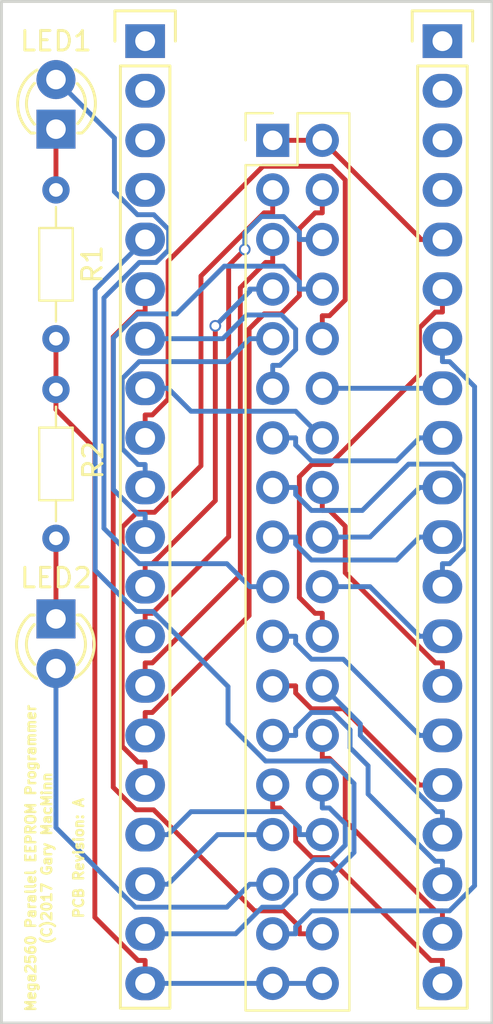
<source format=kicad_pcb>
(kicad_pcb (version 20170920) (host pcbnew no-vcs-found-b18601d~60~ubuntu16.04.1)

  (general
    (thickness 1.6)
    (drawings 5)
    (tracks 271)
    (zones 0)
    (modules 7)
    (nets 45)
  )

  (page A4)
  (title_block
    (title "Mega 2560 EEPROM Programmer")
    (date "31 July 2017")
    (rev A)
  )

  (layers
    (0 F.Cu signal)
    (31 B.Cu signal)
    (32 B.Adhes user)
    (33 F.Adhes user)
    (34 B.Paste user)
    (35 F.Paste user)
    (36 B.SilkS user)
    (37 F.SilkS user)
    (38 B.Mask user)
    (39 F.Mask user)
    (40 Dwgs.User user)
    (41 Cmts.User user)
    (42 Eco1.User user)
    (43 Eco2.User user)
    (44 Edge.Cuts user)
    (45 Margin user)
    (46 B.CrtYd user)
    (47 F.CrtYd user)
    (48 B.Fab user)
    (49 F.Fab user)
  )

  (setup
    (last_trace_width 0.25)
    (trace_clearance 0.2)
    (zone_clearance 0.508)
    (zone_45_only no)
    (trace_min 0.2)
    (segment_width 0.2)
    (edge_width 0.15)
    (via_size 0.6)
    (via_drill 0.4)
    (via_min_size 0.4)
    (via_min_drill 0.3)
    (uvia_size 0.3)
    (uvia_drill 0.1)
    (uvias_allowed no)
    (uvia_min_size 0.2)
    (uvia_min_drill 0.1)
    (pcb_text_width 0.3)
    (pcb_text_size 1.5 1.5)
    (mod_edge_width 0.15)
    (mod_text_size 1 1)
    (mod_text_width 0.15)
    (pad_size 1.524 1.524)
    (pad_drill 0.762)
    (pad_to_mask_clearance 0.2)
    (aux_axis_origin 0 0)
    (visible_elements FFFFFF7F)
    (pcbplotparams
      (layerselection 0x000f0_80000001)
      (usegerberextensions false)
      (usegerberattributes true)
      (usegerberadvancedattributes true)
      (creategerberjobfile true)
      (excludeedgelayer true)
      (linewidth 0.100000)
      (plotframeref false)
      (viasonmask false)
      (mode 1)
      (useauxorigin false)
      (hpglpennumber 1)
      (hpglpenspeed 20)
      (hpglpendiameter 15)
      (psnegative false)
      (psa4output false)
      (plotreference true)
      (plotvalue true)
      (plotinvisibletext false)
      (padsonsilk false)
      (subtractmaskfromsilk false)
      (outputformat 1)
      (mirror false)
      (drillshape 0)
      (scaleselection 1)
      (outputdirectory "/home/gary/NAS1-MainShare/AVR Projects/GM-GEN-016-Mega2560 EEPROM Programmer/Schematic&PCB/Manufacture/"))
  )

  (net 0 "")
  (net 1 +5v)
  (net 2 A0)
  (net 3 A1)
  (net 4 A2)
  (net 5 A3)
  (net 6 A4)
  (net 7 A5)
  (net 8 A6)
  (net 9 A7)
  (net 10 A15)
  (net 11 A14)
  (net 12 A13)
  (net 13 A12)
  (net 14 A11)
  (net 15 A10)
  (net 16 A9)
  (net 17 A8)
  (net 18 -OE)
  (net 19 -CE)
  (net 20 -WE)
  (net 21 D7)
  (net 22 D6)
  (net 23 D5)
  (net 24 D4)
  (net 25 D3)
  (net 26 D2)
  (net 27 D1)
  (net 28 D0)
  (net 29 A18)
  (net 30 A17)
  (net 31 A16)
  (net 32 GND)
  (net 33 "Net-(LED1-Pad1)")
  (net 34 "Net-(LED1-Pad2)")
  (net 35 "Net-(LED2-Pad1)")
  (net 36 "Net-(LED2-Pad2)")
  (net 37 "Net-(P21-Pad1)")
  (net 38 "Net-(P21-Pad2)")
  (net 39 "Net-(P21-Pad3)")
  (net 40 "Net-(P21-Pad4)")
  (net 41 "Net-(P22-Pad1)")
  (net 42 "Net-(P22-Pad2)")
  (net 43 "Net-(P22-Pad3)")
  (net 44 "Net-(P22-Pad4)")

  (net_class Default "This is the default net class."
    (clearance 0.2)
    (trace_width 0.25)
    (via_dia 0.6)
    (via_drill 0.4)
    (uvia_dia 0.3)
    (uvia_drill 0.1)
    (add_net +5v)
    (add_net -CE)
    (add_net -OE)
    (add_net -WE)
    (add_net A0)
    (add_net A1)
    (add_net A10)
    (add_net A11)
    (add_net A12)
    (add_net A13)
    (add_net A14)
    (add_net A15)
    (add_net A16)
    (add_net A17)
    (add_net A18)
    (add_net A2)
    (add_net A3)
    (add_net A4)
    (add_net A5)
    (add_net A6)
    (add_net A7)
    (add_net A8)
    (add_net A9)
    (add_net D0)
    (add_net D1)
    (add_net D2)
    (add_net D3)
    (add_net D4)
    (add_net D5)
    (add_net D6)
    (add_net D7)
    (add_net GND)
    (add_net "Net-(LED1-Pad1)")
    (add_net "Net-(LED1-Pad2)")
    (add_net "Net-(LED2-Pad1)")
    (add_net "Net-(LED2-Pad2)")
    (add_net "Net-(P21-Pad1)")
    (add_net "Net-(P21-Pad2)")
    (add_net "Net-(P21-Pad3)")
    (add_net "Net-(P21-Pad4)")
    (add_net "Net-(P22-Pad1)")
    (add_net "Net-(P22-Pad2)")
    (add_net "Net-(P22-Pad3)")
    (add_net "Net-(P22-Pad4)")
  )

  (module Socket_Strips:Socket_Strip_Straight_1x20 (layer F.Cu) (tedit 59C3A353) (tstamp 59867981)
    (at 163.576 104.902 270)
    (descr "Through hole socket strip")
    (tags "socket strip")
    (path /597F0E3F)
    (fp_text reference P22 (at 0 -5.1 270) (layer F.SilkS) hide
      (effects (font (size 1 1) (thickness 0.15)))
    )
    (fp_text value CONN_01X20 (at 0 -3.1 270) (layer F.Fab) hide
      (effects (font (size 1 1) (thickness 0.15)))
    )
    (fp_line (start -1.55 -1.55) (end -1.55 1.55) (layer F.SilkS) (width 0.15))
    (fp_line (start 0 -1.55) (end -1.55 -1.55) (layer F.SilkS) (width 0.15))
    (fp_line (start 1.27 1.27) (end 1.27 -1.27) (layer F.SilkS) (width 0.15))
    (fp_line (start -1.55 1.55) (end 0 1.55) (layer F.SilkS) (width 0.15))
    (fp_line (start 49.53 -1.27) (end 1.27 -1.27) (layer F.SilkS) (width 0.15))
    (fp_line (start 49.53 1.27) (end 49.53 -1.27) (layer F.SilkS) (width 0.15))
    (fp_line (start 1.27 1.27) (end 49.53 1.27) (layer F.SilkS) (width 0.15))
    (fp_line (start -1.75 1.75) (end 50.05 1.75) (layer F.CrtYd) (width 0.05))
    (fp_line (start -1.75 -1.75) (end 50.05 -1.75) (layer F.CrtYd) (width 0.05))
    (fp_line (start 50.05 -1.75) (end 50.05 1.75) (layer F.CrtYd) (width 0.05))
    (fp_line (start -1.75 -1.75) (end -1.75 1.75) (layer F.CrtYd) (width 0.05))
    (pad 20 thru_hole oval (at 48.26 0 270) (size 1.7272 2.032) (drill 1.016) (layers *.Cu *.Mask)
      (net 25 D3))
    (pad 19 thru_hole oval (at 45.72 0 270) (size 1.7272 2.032) (drill 1.016) (layers *.Cu *.Mask)
      (net 24 D4))
    (pad 18 thru_hole oval (at 43.18 0 270) (size 1.7272 2.032) (drill 1.016) (layers *.Cu *.Mask)
      (net 23 D5))
    (pad 17 thru_hole oval (at 40.64 0 270) (size 1.7272 2.032) (drill 1.016) (layers *.Cu *.Mask)
      (net 22 D6))
    (pad 16 thru_hole oval (at 38.1 0 270) (size 1.7272 2.032) (drill 1.016) (layers *.Cu *.Mask)
      (net 21 D7))
    (pad 15 thru_hole oval (at 35.56 0 270) (size 1.7272 2.032) (drill 1.016) (layers *.Cu *.Mask)
      (net 19 -CE))
    (pad 14 thru_hole oval (at 33.02 0 270) (size 1.7272 2.032) (drill 1.016) (layers *.Cu *.Mask)
      (net 15 A10))
    (pad 13 thru_hole oval (at 30.48 0 270) (size 1.7272 2.032) (drill 1.016) (layers *.Cu *.Mask)
      (net 18 -OE))
    (pad 12 thru_hole oval (at 27.94 0 270) (size 1.7272 2.032) (drill 1.016) (layers *.Cu *.Mask)
      (net 14 A11))
    (pad 11 thru_hole oval (at 25.4 0 270) (size 1.7272 2.032) (drill 1.016) (layers *.Cu *.Mask)
      (net 16 A9))
    (pad 10 thru_hole oval (at 22.86 0 270) (size 1.7272 2.032) (drill 1.016) (layers *.Cu *.Mask)
      (net 17 A8))
    (pad 9 thru_hole oval (at 20.32 0 270) (size 1.7272 2.032) (drill 1.016) (layers *.Cu *.Mask)
      (net 12 A13))
    (pad 8 thru_hole oval (at 17.78 0 270) (size 1.7272 2.032) (drill 1.016) (layers *.Cu *.Mask)
      (net 11 A14))
    (pad 7 thru_hole oval (at 15.24 0 270) (size 1.7272 2.032) (drill 1.016) (layers *.Cu *.Mask)
      (net 30 A17))
    (pad 6 thru_hole oval (at 12.7 0 270) (size 1.7272 2.032) (drill 1.016) (layers *.Cu *.Mask)
      (net 20 -WE))
    (pad 5 thru_hole oval (at 10.16 0 270) (size 1.7272 2.032) (drill 1.016) (layers *.Cu *.Mask)
      (net 1 +5v))
    (pad 4 thru_hole oval (at 7.62 0 270) (size 1.7272 2.032) (drill 1.016) (layers *.Cu *.Mask)
      (net 44 "Net-(P22-Pad4)"))
    (pad 3 thru_hole oval (at 5.08 0 270) (size 1.7272 2.032) (drill 1.016) (layers *.Cu *.Mask)
      (net 43 "Net-(P22-Pad3)"))
    (pad 2 thru_hole oval (at 2.54 0 270) (size 1.7272 2.032) (drill 1.016) (layers *.Cu *.Mask)
      (net 42 "Net-(P22-Pad2)"))
    (pad 1 thru_hole rect (at 0 0 270) (size 1.7272 2.032) (drill 1.016) (layers *.Cu *.Mask)
      (net 41 "Net-(P22-Pad1)"))
    (model Socket_Strips.3dshapes/Socket_Strip_Straight_1x20.wrl
      (at (xyz 0.95 0 0))
      (scale (xyz 1 1 1))
      (rotate (xyz 0 0 180))
    )
  )

  (module Socket_Strips:Socket_Strip_Straight_1x20 (layer F.Cu) (tedit 59C3A350) (tstamp 5986795B)
    (at 148.336 104.902 270)
    (descr "Through hole socket strip")
    (tags "socket strip")
    (path /597F0D2D)
    (fp_text reference P21 (at 0 -5.1 270) (layer F.SilkS) hide
      (effects (font (size 1 1) (thickness 0.15)))
    )
    (fp_text value CONN_01X20 (at 0 -3.1 270) (layer F.Fab) hide
      (effects (font (size 1 1) (thickness 0.15)))
    )
    (fp_line (start -1.55 -1.55) (end -1.55 1.55) (layer F.SilkS) (width 0.15))
    (fp_line (start 0 -1.55) (end -1.55 -1.55) (layer F.SilkS) (width 0.15))
    (fp_line (start 1.27 1.27) (end 1.27 -1.27) (layer F.SilkS) (width 0.15))
    (fp_line (start -1.55 1.55) (end 0 1.55) (layer F.SilkS) (width 0.15))
    (fp_line (start 49.53 -1.27) (end 1.27 -1.27) (layer F.SilkS) (width 0.15))
    (fp_line (start 49.53 1.27) (end 49.53 -1.27) (layer F.SilkS) (width 0.15))
    (fp_line (start 1.27 1.27) (end 49.53 1.27) (layer F.SilkS) (width 0.15))
    (fp_line (start -1.75 1.75) (end 50.05 1.75) (layer F.CrtYd) (width 0.05))
    (fp_line (start -1.75 -1.75) (end 50.05 -1.75) (layer F.CrtYd) (width 0.05))
    (fp_line (start 50.05 -1.75) (end 50.05 1.75) (layer F.CrtYd) (width 0.05))
    (fp_line (start -1.75 -1.75) (end -1.75 1.75) (layer F.CrtYd) (width 0.05))
    (pad 20 thru_hole oval (at 48.26 0 270) (size 1.7272 2.032) (drill 1.016) (layers *.Cu *.Mask)
      (net 32 GND))
    (pad 19 thru_hole oval (at 45.72 0 270) (size 1.7272 2.032) (drill 1.016) (layers *.Cu *.Mask)
      (net 26 D2))
    (pad 18 thru_hole oval (at 43.18 0 270) (size 1.7272 2.032) (drill 1.016) (layers *.Cu *.Mask)
      (net 27 D1))
    (pad 17 thru_hole oval (at 40.64 0 270) (size 1.7272 2.032) (drill 1.016) (layers *.Cu *.Mask)
      (net 28 D0))
    (pad 16 thru_hole oval (at 38.1 0 270) (size 1.7272 2.032) (drill 1.016) (layers *.Cu *.Mask)
      (net 2 A0))
    (pad 15 thru_hole oval (at 35.56 0 270) (size 1.7272 2.032) (drill 1.016) (layers *.Cu *.Mask)
      (net 3 A1))
    (pad 14 thru_hole oval (at 33.02 0 270) (size 1.7272 2.032) (drill 1.016) (layers *.Cu *.Mask)
      (net 4 A2))
    (pad 13 thru_hole oval (at 30.48 0 270) (size 1.7272 2.032) (drill 1.016) (layers *.Cu *.Mask)
      (net 5 A3))
    (pad 12 thru_hole oval (at 27.94 0 270) (size 1.7272 2.032) (drill 1.016) (layers *.Cu *.Mask)
      (net 6 A4))
    (pad 11 thru_hole oval (at 25.4 0 270) (size 1.7272 2.032) (drill 1.016) (layers *.Cu *.Mask)
      (net 7 A5))
    (pad 10 thru_hole oval (at 22.86 0 270) (size 1.7272 2.032) (drill 1.016) (layers *.Cu *.Mask)
      (net 8 A6))
    (pad 9 thru_hole oval (at 20.32 0 270) (size 1.7272 2.032) (drill 1.016) (layers *.Cu *.Mask)
      (net 9 A7))
    (pad 8 thru_hole oval (at 17.78 0 270) (size 1.7272 2.032) (drill 1.016) (layers *.Cu *.Mask)
      (net 13 A12))
    (pad 7 thru_hole oval (at 15.24 0 270) (size 1.7272 2.032) (drill 1.016) (layers *.Cu *.Mask)
      (net 10 A15))
    (pad 6 thru_hole oval (at 12.7 0 270) (size 1.7272 2.032) (drill 1.016) (layers *.Cu *.Mask)
      (net 31 A16))
    (pad 5 thru_hole oval (at 10.16 0 270) (size 1.7272 2.032) (drill 1.016) (layers *.Cu *.Mask)
      (net 29 A18))
    (pad 4 thru_hole oval (at 7.62 0 270) (size 1.7272 2.032) (drill 1.016) (layers *.Cu *.Mask)
      (net 40 "Net-(P21-Pad4)"))
    (pad 3 thru_hole oval (at 5.08 0 270) (size 1.7272 2.032) (drill 1.016) (layers *.Cu *.Mask)
      (net 39 "Net-(P21-Pad3)"))
    (pad 2 thru_hole oval (at 2.54 0 270) (size 1.7272 2.032) (drill 1.016) (layers *.Cu *.Mask)
      (net 38 "Net-(P21-Pad2)"))
    (pad 1 thru_hole rect (at 0 0 270) (size 1.7272 2.032) (drill 1.016) (layers *.Cu *.Mask)
      (net 37 "Net-(P21-Pad1)"))
    (model Socket_Strips.3dshapes/Socket_Strip_Straight_1x20.wrl
      (at (xyz 0.95 0 0))
      (scale (xyz 1 1 1))
      (rotate (xyz 0 0 180))
    )
  )

  (module Pin_Headers:Pin_Header_Straight_2x18_Pitch2.54mm (layer F.Cu) (tedit 597F0733) (tstamp 598108DC)
    (at 154.876 109.982)
    (descr "Through hole straight pin header, 2x18, 2.54mm pitch, double rows")
    (tags "Through hole pin header THT 2x18 2.54mm double row")
    (path /597F01BE)
    (fp_text reference P1 (at 1.27 -2.39) (layer F.SilkS) hide
      (effects (font (size 1 1) (thickness 0.15)))
    )
    (fp_text value "Mega2560 I/O" (at 1.27 45.57) (layer F.Fab) hide
      (effects (font (size 1 1) (thickness 0.15)))
    )
    (fp_line (start -1.27 -1.27) (end -1.27 44.45) (layer F.Fab) (width 0.1))
    (fp_line (start -1.27 44.45) (end 3.81 44.45) (layer F.Fab) (width 0.1))
    (fp_line (start 3.81 44.45) (end 3.81 -1.27) (layer F.Fab) (width 0.1))
    (fp_line (start 3.81 -1.27) (end -1.27 -1.27) (layer F.Fab) (width 0.1))
    (fp_line (start -1.39 1.27) (end -1.39 44.57) (layer F.SilkS) (width 0.12))
    (fp_line (start -1.39 44.57) (end 3.93 44.57) (layer F.SilkS) (width 0.12))
    (fp_line (start 3.93 44.57) (end 3.93 -1.39) (layer F.SilkS) (width 0.12))
    (fp_line (start 3.93 -1.39) (end 1.27 -1.39) (layer F.SilkS) (width 0.12))
    (fp_line (start 1.27 -1.39) (end 1.27 1.27) (layer F.SilkS) (width 0.12))
    (fp_line (start 1.27 1.27) (end -1.39 1.27) (layer F.SilkS) (width 0.12))
    (fp_line (start -1.39 0) (end -1.39 -1.39) (layer F.SilkS) (width 0.12))
    (fp_line (start -1.39 -1.39) (end 0 -1.39) (layer F.SilkS) (width 0.12))
    (fp_line (start -1.6 -1.6) (end -1.6 44.7) (layer F.CrtYd) (width 0.05))
    (fp_line (start -1.6 44.7) (end 4.1 44.7) (layer F.CrtYd) (width 0.05))
    (fp_line (start 4.1 44.7) (end 4.1 -1.6) (layer F.CrtYd) (width 0.05))
    (fp_line (start 4.1 -1.6) (end -1.6 -1.6) (layer F.CrtYd) (width 0.05))
    (pad 1 thru_hole rect (at 0 0) (size 1.7 1.7) (drill 1) (layers *.Cu *.Mask)
      (net 1 +5v))
    (pad 2 thru_hole oval (at 2.54 0) (size 1.7 1.7) (drill 1) (layers *.Cu *.Mask)
      (net 1 +5v))
    (pad 3 thru_hole oval (at 0 2.54) (size 1.7 1.7) (drill 1) (layers *.Cu *.Mask)
      (net 2 A0))
    (pad 4 thru_hole oval (at 2.54 2.54) (size 1.7 1.7) (drill 1) (layers *.Cu *.Mask)
      (net 3 A1))
    (pad 5 thru_hole oval (at 0 5.08) (size 1.7 1.7) (drill 1) (layers *.Cu *.Mask)
      (net 4 A2))
    (pad 6 thru_hole oval (at 2.54 5.08) (size 1.7 1.7) (drill 1) (layers *.Cu *.Mask)
      (net 5 A3))
    (pad 7 thru_hole oval (at 0 7.62) (size 1.7 1.7) (drill 1) (layers *.Cu *.Mask)
      (net 6 A4))
    (pad 8 thru_hole oval (at 2.54 7.62) (size 1.7 1.7) (drill 1) (layers *.Cu *.Mask)
      (net 7 A5))
    (pad 9 thru_hole oval (at 0 10.16) (size 1.7 1.7) (drill 1) (layers *.Cu *.Mask)
      (net 8 A6))
    (pad 10 thru_hole oval (at 2.54 10.16) (size 1.7 1.7) (drill 1) (layers *.Cu *.Mask)
      (net 9 A7))
    (pad 11 thru_hole oval (at 0 12.7) (size 1.7 1.7) (drill 1) (layers *.Cu *.Mask)
      (net 10 A15))
    (pad 12 thru_hole oval (at 2.54 12.7) (size 1.7 1.7) (drill 1) (layers *.Cu *.Mask)
      (net 11 A14))
    (pad 13 thru_hole oval (at 0 15.24) (size 1.7 1.7) (drill 1) (layers *.Cu *.Mask)
      (net 12 A13))
    (pad 14 thru_hole oval (at 2.54 15.24) (size 1.7 1.7) (drill 1) (layers *.Cu *.Mask)
      (net 13 A12))
    (pad 15 thru_hole oval (at 0 17.78) (size 1.7 1.7) (drill 1) (layers *.Cu *.Mask)
      (net 14 A11))
    (pad 16 thru_hole oval (at 2.54 17.78) (size 1.7 1.7) (drill 1) (layers *.Cu *.Mask)
      (net 15 A10))
    (pad 17 thru_hole oval (at 0 20.32) (size 1.7 1.7) (drill 1) (layers *.Cu *.Mask)
      (net 16 A9))
    (pad 18 thru_hole oval (at 2.54 20.32) (size 1.7 1.7) (drill 1) (layers *.Cu *.Mask)
      (net 17 A8))
    (pad 19 thru_hole oval (at 0 22.86) (size 1.7 1.7) (drill 1) (layers *.Cu *.Mask)
      (net 34 "Net-(LED1-Pad2)"))
    (pad 20 thru_hole oval (at 2.54 22.86) (size 1.7 1.7) (drill 1) (layers *.Cu *.Mask)
      (net 18 -OE))
    (pad 21 thru_hole oval (at 0 25.4) (size 1.7 1.7) (drill 1) (layers *.Cu *.Mask)
      (net 19 -CE))
    (pad 22 thru_hole oval (at 2.54 25.4) (size 1.7 1.7) (drill 1) (layers *.Cu *.Mask)
      (net 20 -WE))
    (pad 23 thru_hole oval (at 0 27.94) (size 1.7 1.7) (drill 1) (layers *.Cu *.Mask)
      (net 21 D7))
    (pad 24 thru_hole oval (at 2.54 27.94) (size 1.7 1.7) (drill 1) (layers *.Cu *.Mask)
      (net 22 D6))
    (pad 25 thru_hole oval (at 0 30.48) (size 1.7 1.7) (drill 1) (layers *.Cu *.Mask)
      (net 23 D5))
    (pad 26 thru_hole oval (at 2.54 30.48) (size 1.7 1.7) (drill 1) (layers *.Cu *.Mask)
      (net 24 D4))
    (pad 27 thru_hole oval (at 0 33.02) (size 1.7 1.7) (drill 1) (layers *.Cu *.Mask)
      (net 25 D3))
    (pad 28 thru_hole oval (at 2.54 33.02) (size 1.7 1.7) (drill 1) (layers *.Cu *.Mask)
      (net 26 D2))
    (pad 29 thru_hole oval (at 0 35.56) (size 1.7 1.7) (drill 1) (layers *.Cu *.Mask)
      (net 27 D1))
    (pad 30 thru_hole oval (at 2.54 35.56) (size 1.7 1.7) (drill 1) (layers *.Cu *.Mask)
      (net 28 D0))
    (pad 31 thru_hole oval (at 0 38.1) (size 1.7 1.7) (drill 1) (layers *.Cu *.Mask)
      (net 36 "Net-(LED2-Pad2)"))
    (pad 32 thru_hole oval (at 2.54 38.1) (size 1.7 1.7) (drill 1) (layers *.Cu *.Mask)
      (net 29 A18))
    (pad 33 thru_hole oval (at 0 40.64) (size 1.7 1.7) (drill 1) (layers *.Cu *.Mask)
      (net 30 A17))
    (pad 34 thru_hole oval (at 2.54 40.64) (size 1.7 1.7) (drill 1) (layers *.Cu *.Mask)
      (net 31 A16))
    (pad 35 thru_hole oval (at 0 43.18) (size 1.7 1.7) (drill 1) (layers *.Cu *.Mask)
      (net 32 GND))
    (pad 36 thru_hole oval (at 2.54 43.18) (size 1.7 1.7) (drill 1) (layers *.Cu *.Mask)
      (net 32 GND))
    (model Pin_Headers.3dshapes/Pin_Header_Straight_2x18_Pitch2.54mm.wrl
      (at (xyz 0.1 0 -0.05))
      (scale (xyz 1 1 1))
      (rotate (xyz 0 -180 0))
    )
  )

  (module LEDs:LED-3MM (layer F.Cu) (tedit 597F082B) (tstamp 5982DF21)
    (at 143.764 109.41 90)
    (descr "LED 3mm round vertical")
    (tags "LED  3mm round vertical")
    (path /597F072C)
    (fp_text reference LED1 (at 4.5085 0 180) (layer F.SilkS)
      (effects (font (size 1 1) (thickness 0.15)))
    )
    (fp_text value Red (at 1.3 -2.9 90) (layer F.Fab) hide
      (effects (font (size 1 1) (thickness 0.15)))
    )
    (fp_line (start -1.2 2.3) (end 3.8 2.3) (layer F.CrtYd) (width 0.05))
    (fp_line (start 3.8 2.3) (end 3.8 -2.2) (layer F.CrtYd) (width 0.05))
    (fp_line (start 3.8 -2.2) (end -1.2 -2.2) (layer F.CrtYd) (width 0.05))
    (fp_line (start -1.2 -2.2) (end -1.2 2.3) (layer F.CrtYd) (width 0.05))
    (fp_line (start -0.199 1.314) (end -0.199 1.114) (layer F.SilkS) (width 0.15))
    (fp_line (start -0.199 -1.28) (end -0.199 -1.1) (layer F.SilkS) (width 0.15))
    (fp_arc (start 1.301 0.034) (end -0.199 -1.286) (angle 108.5) (layer F.SilkS) (width 0.15))
    (fp_arc (start 1.301 0.034) (end 0.25 -1.1) (angle 85.7) (layer F.SilkS) (width 0.15))
    (fp_arc (start 1.311 0.034) (end 3.051 0.994) (angle 110) (layer F.SilkS) (width 0.15))
    (fp_arc (start 1.301 0.034) (end 2.335 1.094) (angle 87.5) (layer F.SilkS) (width 0.15))
    (fp_text user K (at -1.69 1.74 90) (layer F.SilkS) hide
      (effects (font (size 1 1) (thickness 0.15)))
    )
    (pad 1 thru_hole rect (at 0 0 180) (size 2 2) (drill 1.00076) (layers *.Cu *.Mask)
      (net 33 "Net-(LED1-Pad1)"))
    (pad 2 thru_hole circle (at 2.54 0 90) (size 2 2) (drill 1.00076) (layers *.Cu *.Mask)
      (net 34 "Net-(LED1-Pad2)"))
    (model ${KISYS3DMOD}/LEDs.3dshapes/led3_red_trans2.wrl
      (at (xyz 0.05 0 -0.05))
      (scale (xyz 1 1 1))
      (rotate (xyz 0 0 0))
    )
  )

  (module LEDs:LED-3MM (layer F.Cu) (tedit 597F0830) (tstamp 5982DF32)
    (at 143.764 134.493 270)
    (descr "LED 3mm round vertical")
    (tags "LED  3mm round vertical")
    (path /597F07B3)
    (fp_text reference LED2 (at -2.0955 0) (layer F.SilkS)
      (effects (font (size 1 1) (thickness 0.15)))
    )
    (fp_text value Green (at 1.3 -2.9 270) (layer F.Fab) hide
      (effects (font (size 1 1) (thickness 0.15)))
    )
    (fp_line (start -1.2 2.3) (end 3.8 2.3) (layer F.CrtYd) (width 0.05))
    (fp_line (start 3.8 2.3) (end 3.8 -2.2) (layer F.CrtYd) (width 0.05))
    (fp_line (start 3.8 -2.2) (end -1.2 -2.2) (layer F.CrtYd) (width 0.05))
    (fp_line (start -1.2 -2.2) (end -1.2 2.3) (layer F.CrtYd) (width 0.05))
    (fp_line (start -0.199 1.314) (end -0.199 1.114) (layer F.SilkS) (width 0.15))
    (fp_line (start -0.199 -1.28) (end -0.199 -1.1) (layer F.SilkS) (width 0.15))
    (fp_arc (start 1.301 0.034) (end -0.199 -1.286) (angle 108.5) (layer F.SilkS) (width 0.15))
    (fp_arc (start 1.301 0.034) (end 0.25 -1.1) (angle 85.7) (layer F.SilkS) (width 0.15))
    (fp_arc (start 1.311 0.034) (end 3.051 0.994) (angle 110) (layer F.SilkS) (width 0.15))
    (fp_arc (start 1.301 0.034) (end 2.335 1.094) (angle 87.5) (layer F.SilkS) (width 0.15))
    (fp_text user K (at -1.69 1.74 270) (layer F.SilkS) hide
      (effects (font (size 1 1) (thickness 0.15)))
    )
    (pad 1 thru_hole rect (at 0 0) (size 2 2) (drill 1.00076) (layers *.Cu *.Mask)
      (net 35 "Net-(LED2-Pad1)"))
    (pad 2 thru_hole circle (at 2.54 0 270) (size 2 2) (drill 1.00076) (layers *.Cu *.Mask)
      (net 36 "Net-(LED2-Pad2)"))
    (model ${KISYS3DMOD}/LEDs.3dshapes/led3_gre_trans2.wrl
      (at (xyz 0.05 0 -0.05))
      (scale (xyz 1 1 1))
      (rotate (xyz 0 0 0))
    )
  )

  (module Resistors_THT:R_Axial_DIN0204_L3.6mm_D1.6mm_P7.62mm_Horizontal (layer F.Cu) (tedit 597F0C16) (tstamp 5982DF48)
    (at 143.764 112.522 270)
    (descr "Resistor, Axial_DIN0204 series, Axial, Horizontal, pin pitch=7.62mm, 0.16666666666666666W = 1/6W, length*diameter=3.6*1.6mm^2, http://cdn-reichelt.de/documents/datenblatt/B400/1_4W%23YAG.pdf")
    (tags "Resistor Axial_DIN0204 series Axial Horizontal pin pitch 7.62mm 0.16666666666666666W = 1/6W length 3.6mm diameter 1.6mm")
    (path /597F0954)
    (fp_text reference R1 (at 3.81 -1.86 270) (layer F.SilkS)
      (effects (font (size 1 1) (thickness 0.15)))
    )
    (fp_text value 220R (at 3.81 1.86 270) (layer F.Fab) hide
      (effects (font (size 1 1) (thickness 0.15)))
    )
    (fp_line (start 2.01 -0.8) (end 2.01 0.8) (layer F.Fab) (width 0.1))
    (fp_line (start 2.01 0.8) (end 5.61 0.8) (layer F.Fab) (width 0.1))
    (fp_line (start 5.61 0.8) (end 5.61 -0.8) (layer F.Fab) (width 0.1))
    (fp_line (start 5.61 -0.8) (end 2.01 -0.8) (layer F.Fab) (width 0.1))
    (fp_line (start 0 0) (end 2.01 0) (layer F.Fab) (width 0.1))
    (fp_line (start 7.62 0) (end 5.61 0) (layer F.Fab) (width 0.1))
    (fp_line (start 1.95 -0.86) (end 1.95 0.86) (layer F.SilkS) (width 0.12))
    (fp_line (start 1.95 0.86) (end 5.67 0.86) (layer F.SilkS) (width 0.12))
    (fp_line (start 5.67 0.86) (end 5.67 -0.86) (layer F.SilkS) (width 0.12))
    (fp_line (start 5.67 -0.86) (end 1.95 -0.86) (layer F.SilkS) (width 0.12))
    (fp_line (start 0.88 0) (end 1.95 0) (layer F.SilkS) (width 0.12))
    (fp_line (start 6.74 0) (end 5.67 0) (layer F.SilkS) (width 0.12))
    (fp_line (start -0.95 -1.15) (end -0.95 1.15) (layer F.CrtYd) (width 0.05))
    (fp_line (start -0.95 1.15) (end 8.6 1.15) (layer F.CrtYd) (width 0.05))
    (fp_line (start 8.6 1.15) (end 8.6 -1.15) (layer F.CrtYd) (width 0.05))
    (fp_line (start 8.6 -1.15) (end -0.95 -1.15) (layer F.CrtYd) (width 0.05))
    (pad 1 thru_hole circle (at 0 0 270) (size 1.4 1.4) (drill 0.7) (layers *.Cu *.Mask)
      (net 33 "Net-(LED1-Pad1)"))
    (pad 2 thru_hole oval (at 7.62 0 270) (size 1.4 1.4) (drill 0.7) (layers *.Cu *.Mask)
      (net 32 GND))
    (model ${KISYS3DMOD}/Resistors-Detailed-Horizontal.3dshapes/res220R.wrl
      (at (xyz 0.15 0 0))
      (scale (xyz 0.3 0.3 0.3))
      (rotate (xyz 0 0 0))
    )
  )

  (module Resistors_THT:R_Axial_DIN0204_L3.6mm_D1.6mm_P7.62mm_Horizontal (layer F.Cu) (tedit 597F0C1D) (tstamp 5982DF5E)
    (at 143.764 130.366 90)
    (descr "Resistor, Axial_DIN0204 series, Axial, Horizontal, pin pitch=7.62mm, 0.16666666666666666W = 1/6W, length*diameter=3.6*1.6mm^2, http://cdn-reichelt.de/documents/datenblatt/B400/1_4W%23YAG.pdf")
    (tags "Resistor Axial_DIN0204 series Axial Horizontal pin pitch 7.62mm 0.16666666666666666W = 1/6W length 3.6mm diameter 1.6mm")
    (path /597F08BB)
    (fp_text reference R2 (at 4.0005 1.905 90) (layer F.SilkS)
      (effects (font (size 1 1) (thickness 0.15)))
    )
    (fp_text value 220R (at 3.81 1.86 90) (layer F.Fab) hide
      (effects (font (size 1 1) (thickness 0.15)))
    )
    (fp_line (start 2.01 -0.8) (end 2.01 0.8) (layer F.Fab) (width 0.1))
    (fp_line (start 2.01 0.8) (end 5.61 0.8) (layer F.Fab) (width 0.1))
    (fp_line (start 5.61 0.8) (end 5.61 -0.8) (layer F.Fab) (width 0.1))
    (fp_line (start 5.61 -0.8) (end 2.01 -0.8) (layer F.Fab) (width 0.1))
    (fp_line (start 0 0) (end 2.01 0) (layer F.Fab) (width 0.1))
    (fp_line (start 7.62 0) (end 5.61 0) (layer F.Fab) (width 0.1))
    (fp_line (start 1.95 -0.86) (end 1.95 0.86) (layer F.SilkS) (width 0.12))
    (fp_line (start 1.95 0.86) (end 5.67 0.86) (layer F.SilkS) (width 0.12))
    (fp_line (start 5.67 0.86) (end 5.67 -0.86) (layer F.SilkS) (width 0.12))
    (fp_line (start 5.67 -0.86) (end 1.95 -0.86) (layer F.SilkS) (width 0.12))
    (fp_line (start 0.88 0) (end 1.95 0) (layer F.SilkS) (width 0.12))
    (fp_line (start 6.74 0) (end 5.67 0) (layer F.SilkS) (width 0.12))
    (fp_line (start -0.95 -1.15) (end -0.95 1.15) (layer F.CrtYd) (width 0.05))
    (fp_line (start -0.95 1.15) (end 8.6 1.15) (layer F.CrtYd) (width 0.05))
    (fp_line (start 8.6 1.15) (end 8.6 -1.15) (layer F.CrtYd) (width 0.05))
    (fp_line (start 8.6 -1.15) (end -0.95 -1.15) (layer F.CrtYd) (width 0.05))
    (pad 1 thru_hole circle (at 0 0 90) (size 1.4 1.4) (drill 0.7) (layers *.Cu *.Mask)
      (net 35 "Net-(LED2-Pad1)"))
    (pad 2 thru_hole oval (at 7.62 0 90) (size 1.4 1.4) (drill 0.7) (layers *.Cu *.Mask)
      (net 32 GND))
    (model ${KISYS3DMOD}/Resistors-Detailed-Horizontal.3dshapes/res220R.wrl
      (at (xyz 0.15 0 0))
      (scale (xyz 0.3 0.3 0.3))
      (rotate (xyz 0 0 180))
    )
  )

  (gr_text "Mega2560 Parallel EEPROM Programmer\n(C)2017 Gary MacMinn\n\nPCB Revision: A" (at 143.7005 146.7485 90) (layer F.SilkS)
    (effects (font (size 0.508 0.508) (thickness 0.127)))
  )
  (gr_line (start 140.97 102.87) (end 166.116 102.87) (angle 90) (layer Edge.Cuts) (width 0.15))
  (gr_line (start 140.97 155.194) (end 140.97 102.87) (angle 90) (layer Edge.Cuts) (width 0.15))
  (gr_line (start 166.116 155.194) (end 140.97 155.194) (angle 90) (layer Edge.Cuts) (width 0.15))
  (gr_line (start 166.116 102.87) (end 166.116 155.194) (angle 90) (layer Edge.Cuts) (width 0.15))

  (segment (start 163.576 115.062) (end 162.4007 115.062) (width 0.25) (layer F.Cu) (net 1))
  (segment (start 154.876 109.982) (end 156.0513 109.982) (width 0.25) (layer F.Cu) (net 1))
  (segment (start 162.4007 114.9667) (end 157.416 109.982) (width 0.25) (layer F.Cu) (net 1))
  (segment (start 162.4007 115.062) (end 162.4007 114.9667) (width 0.25) (layer F.Cu) (net 1))
  (segment (start 157.416 109.982) (end 156.0513 109.982) (width 0.25) (layer F.Cu) (net 1))
  (segment (start 148.336 143.002) (end 148.336 141.8267) (width 0.25) (layer F.Cu) (net 2))
  (segment (start 154.876 112.522) (end 154.876 113.6973) (width 0.25) (layer F.Cu) (net 2))
  (segment (start 154.4314 113.6973) (end 154.876 113.6973) (width 0.25) (layer F.Cu) (net 2))
  (segment (start 151.1979 116.9308) (end 154.4314 113.6973) (width 0.25) (layer F.Cu) (net 2))
  (segment (start 151.1979 126.6522) (end 151.1979 116.9308) (width 0.25) (layer F.Cu) (net 2))
  (segment (start 148.8181 129.032) (end 151.1979 126.6522) (width 0.25) (layer F.Cu) (net 2))
  (segment (start 147.9266 129.032) (end 148.8181 129.032) (width 0.25) (layer F.Cu) (net 2))
  (segment (start 147.16 129.7986) (end 147.9266 129.032) (width 0.25) (layer F.Cu) (net 2))
  (segment (start 147.16 141.018) (end 147.16 129.7986) (width 0.25) (layer F.Cu) (net 2))
  (segment (start 147.9687 141.8267) (end 147.16 141.018) (width 0.25) (layer F.Cu) (net 2))
  (segment (start 148.336 141.8267) (end 147.9687 141.8267) (width 0.25) (layer F.Cu) (net 2))
  (segment (start 157.416 112.522) (end 157.416 113.6973) (width 0.25) (layer F.Cu) (net 3))
  (segment (start 148.336 140.462) (end 148.336 139.2867) (width 0.25) (layer F.Cu) (net 3))
  (segment (start 157.0486 113.6973) (end 157.416 113.6973) (width 0.25) (layer F.Cu) (net 3))
  (segment (start 156.2407 114.5052) (end 157.0486 113.6973) (width 0.25) (layer F.Cu) (net 3))
  (segment (start 156.2407 117.9383) (end 156.2407 114.5052) (width 0.25) (layer F.Cu) (net 3))
  (segment (start 155.307 118.872) (end 156.2407 117.9383) (width 0.25) (layer F.Cu) (net 3))
  (segment (start 154.435 118.872) (end 155.307 118.872) (width 0.25) (layer F.Cu) (net 3))
  (segment (start 153.6642 119.6428) (end 154.435 118.872) (width 0.25) (layer F.Cu) (net 3))
  (segment (start 153.6642 134.3258) (end 153.6642 119.6428) (width 0.25) (layer F.Cu) (net 3))
  (segment (start 148.7033 139.2867) (end 153.6642 134.3258) (width 0.25) (layer F.Cu) (net 3))
  (segment (start 148.336 139.2867) (end 148.7033 139.2867) (width 0.25) (layer F.Cu) (net 3))
  (segment (start 148.336 137.922) (end 148.336 136.7467) (width 0.25) (layer F.Cu) (net 4))
  (segment (start 154.876 115.062) (end 154.876 116.2373) (width 0.25) (layer F.Cu) (net 4))
  (segment (start 154.5087 116.2373) (end 154.876 116.2373) (width 0.25) (layer F.Cu) (net 4))
  (segment (start 153.2139 117.5321) (end 154.5087 116.2373) (width 0.25) (layer F.Cu) (net 4))
  (segment (start 153.2139 132.2361) (end 153.2139 117.5321) (width 0.25) (layer F.Cu) (net 4))
  (segment (start 148.7033 136.7467) (end 153.2139 132.2361) (width 0.25) (layer F.Cu) (net 4))
  (segment (start 148.336 136.7467) (end 148.7033 136.7467) (width 0.25) (layer F.Cu) (net 4))
  (via (at 153.4425 115.5705) (size 0.6) (layers F.Cu B.Cu) (net 5))
  (segment (start 152.618 116.395) (end 153.4425 115.5705) (width 0.25) (layer F.Cu) (net 5))
  (segment (start 152.618 130.2881) (end 152.618 116.395) (width 0.25) (layer F.Cu) (net 5))
  (segment (start 148.6994 134.2067) (end 152.618 130.2881) (width 0.25) (layer F.Cu) (net 5))
  (segment (start 148.336 134.2067) (end 148.6994 134.2067) (width 0.25) (layer F.Cu) (net 5))
  (segment (start 156.2407 114.6946) (end 156.2407 115.062) (width 0.25) (layer B.Cu) (net 5))
  (segment (start 155.4328 113.8867) (end 156.2407 114.6946) (width 0.25) (layer B.Cu) (net 5))
  (segment (start 154.2961 113.8867) (end 155.4328 113.8867) (width 0.25) (layer B.Cu) (net 5))
  (segment (start 153.4425 114.7403) (end 154.2961 113.8867) (width 0.25) (layer B.Cu) (net 5))
  (segment (start 153.4425 115.5705) (end 153.4425 114.7403) (width 0.25) (layer B.Cu) (net 5))
  (segment (start 148.336 135.382) (end 148.336 134.2067) (width 0.25) (layer F.Cu) (net 5))
  (segment (start 157.416 115.062) (end 156.2407 115.062) (width 0.25) (layer B.Cu) (net 5))
  (via (at 151.9318 119.4843) (size 0.6) (layers F.Cu B.Cu) (net 6))
  (segment (start 154.876 117.602) (end 153.7007 117.602) (width 0.25) (layer B.Cu) (net 6))
  (segment (start 148.336 132.842) (end 148.336 131.6667) (width 0.25) (layer F.Cu) (net 6))
  (segment (start 153.7007 117.7154) (end 151.9318 119.4843) (width 0.25) (layer B.Cu) (net 6))
  (segment (start 153.7007 117.602) (end 153.7007 117.7154) (width 0.25) (layer B.Cu) (net 6))
  (segment (start 151.9318 128.4382) (end 151.9318 119.4843) (width 0.25) (layer F.Cu) (net 6))
  (segment (start 148.7033 131.6667) (end 151.9318 128.4382) (width 0.25) (layer F.Cu) (net 6))
  (segment (start 148.336 131.6667) (end 148.7033 131.6667) (width 0.25) (layer F.Cu) (net 6))
  (segment (start 148.336 130.302) (end 148.336 129.1267) (width 0.25) (layer B.Cu) (net 7))
  (segment (start 157.416 117.602) (end 156.2407 117.602) (width 0.25) (layer B.Cu) (net 7))
  (segment (start 156.2407 117.2346) (end 156.2407 117.602) (width 0.25) (layer B.Cu) (net 7))
  (segment (start 155.4328 116.4267) (end 156.2407 117.2346) (width 0.25) (layer B.Cu) (net 7))
  (segment (start 152.3919 116.4267) (end 155.4328 116.4267) (width 0.25) (layer B.Cu) (net 7))
  (segment (start 149.9466 118.872) (end 152.3919 116.4267) (width 0.25) (layer B.Cu) (net 7))
  (segment (start 147.9396 118.872) (end 149.9466 118.872) (width 0.25) (layer B.Cu) (net 7))
  (segment (start 146.7102 120.1014) (end 147.9396 118.872) (width 0.25) (layer B.Cu) (net 7))
  (segment (start 146.7102 127.8682) (end 146.7102 120.1014) (width 0.25) (layer B.Cu) (net 7))
  (segment (start 147.9687 129.1267) (end 146.7102 127.8682) (width 0.25) (layer B.Cu) (net 7))
  (segment (start 148.336 129.1267) (end 147.9687 129.1267) (width 0.25) (layer B.Cu) (net 7))
  (segment (start 152.5254 121.3173) (end 153.7007 120.142) (width 0.25) (layer B.Cu) (net 8))
  (segment (start 148.0315 121.3173) (end 152.5254 121.3173) (width 0.25) (layer B.Cu) (net 8))
  (segment (start 147.1606 122.1882) (end 148.0315 121.3173) (width 0.25) (layer B.Cu) (net 8))
  (segment (start 147.1606 125.7786) (end 147.1606 122.1882) (width 0.25) (layer B.Cu) (net 8))
  (segment (start 147.9687 126.5867) (end 147.1606 125.7786) (width 0.25) (layer B.Cu) (net 8))
  (segment (start 148.336 126.5867) (end 147.9687 126.5867) (width 0.25) (layer B.Cu) (net 8))
  (segment (start 148.336 127.762) (end 148.336 126.5867) (width 0.25) (layer B.Cu) (net 8))
  (segment (start 154.876 120.142) (end 153.7007 120.142) (width 0.25) (layer B.Cu) (net 8))
  (segment (start 157.7834 118.9667) (end 157.416 118.9667) (width 0.25) (layer F.Cu) (net 9))
  (segment (start 158.5913 118.1588) (end 157.7834 118.9667) (width 0.25) (layer F.Cu) (net 9))
  (segment (start 158.5913 112.0088) (end 158.5913 118.1588) (width 0.25) (layer F.Cu) (net 9))
  (segment (start 157.894 111.3115) (end 158.5913 112.0088) (width 0.25) (layer F.Cu) (net 9))
  (segment (start 154.3739 111.3115) (end 157.894 111.3115) (width 0.25) (layer F.Cu) (net 9))
  (segment (start 149.5113 116.1741) (end 154.3739 111.3115) (width 0.25) (layer F.Cu) (net 9))
  (segment (start 149.5113 123.2388) (end 149.5113 116.1741) (width 0.25) (layer F.Cu) (net 9))
  (segment (start 148.7034 124.0467) (end 149.5113 123.2388) (width 0.25) (layer F.Cu) (net 9))
  (segment (start 148.336 124.0467) (end 148.7034 124.0467) (width 0.25) (layer F.Cu) (net 9))
  (segment (start 148.336 125.222) (end 148.336 124.0467) (width 0.25) (layer F.Cu) (net 9))
  (segment (start 157.416 120.142) (end 157.416 118.9667) (width 0.25) (layer F.Cu) (net 9))
  (segment (start 148.336 120.142) (end 149.5113 120.142) (width 0.25) (layer B.Cu) (net 10))
  (segment (start 154.876 122.682) (end 154.876 121.5067) (width 0.25) (layer B.Cu) (net 10))
  (segment (start 155.2434 121.5067) (end 154.876 121.5067) (width 0.25) (layer B.Cu) (net 10))
  (segment (start 156.0513 120.6988) (end 155.2434 121.5067) (width 0.25) (layer B.Cu) (net 10))
  (segment (start 156.0513 119.6525) (end 156.0513 120.6988) (width 0.25) (layer B.Cu) (net 10))
  (segment (start 155.3255 118.9267) (end 156.0513 119.6525) (width 0.25) (layer B.Cu) (net 10))
  (segment (start 153.5329 118.9267) (end 155.3255 118.9267) (width 0.25) (layer B.Cu) (net 10))
  (segment (start 152.3176 120.142) (end 153.5329 118.9267) (width 0.25) (layer B.Cu) (net 10))
  (segment (start 149.5113 120.142) (end 152.3176 120.142) (width 0.25) (layer B.Cu) (net 10))
  (segment (start 163.576 122.682) (end 157.416 122.682) (width 0.25) (layer B.Cu) (net 11))
  (segment (start 156.0513 125.5894) (end 156.0513 125.222) (width 0.25) (layer B.Cu) (net 12))
  (segment (start 156.8592 126.3973) (end 156.0513 125.5894) (width 0.25) (layer B.Cu) (net 12))
  (segment (start 161.2254 126.3973) (end 156.8592 126.3973) (width 0.25) (layer B.Cu) (net 12))
  (segment (start 162.4007 125.222) (end 161.2254 126.3973) (width 0.25) (layer B.Cu) (net 12))
  (segment (start 163.576 125.222) (end 162.4007 125.222) (width 0.25) (layer B.Cu) (net 12))
  (segment (start 154.876 125.222) (end 156.0513 125.222) (width 0.25) (layer B.Cu) (net 12))
  (segment (start 156.0513 123.8573) (end 157.416 125.222) (width 0.25) (layer B.Cu) (net 13))
  (segment (start 150.6866 123.8573) (end 156.0513 123.8573) (width 0.25) (layer B.Cu) (net 13))
  (segment (start 149.5113 122.682) (end 150.6866 123.8573) (width 0.25) (layer B.Cu) (net 13))
  (segment (start 148.336 122.682) (end 149.5113 122.682) (width 0.25) (layer B.Cu) (net 13))
  (segment (start 156.0513 128.1294) (end 156.0513 127.762) (width 0.25) (layer B.Cu) (net 14))
  (segment (start 156.8592 128.9373) (end 156.0513 128.1294) (width 0.25) (layer B.Cu) (net 14))
  (segment (start 159.4711 128.9373) (end 156.8592 128.9373) (width 0.25) (layer B.Cu) (net 14))
  (segment (start 161.8421 126.5663) (end 159.4711 128.9373) (width 0.25) (layer B.Cu) (net 14))
  (segment (start 164.0916 126.5663) (end 161.8421 126.5663) (width 0.25) (layer B.Cu) (net 14))
  (segment (start 164.7738 127.2485) (end 164.0916 126.5663) (width 0.25) (layer B.Cu) (net 14))
  (segment (start 164.7738 130.8362) (end 164.7738 127.2485) (width 0.25) (layer B.Cu) (net 14))
  (segment (start 163.9433 131.6667) (end 164.7738 130.8362) (width 0.25) (layer B.Cu) (net 14))
  (segment (start 163.576 131.6667) (end 163.9433 131.6667) (width 0.25) (layer B.Cu) (net 14))
  (segment (start 163.576 132.842) (end 163.576 131.6667) (width 0.25) (layer B.Cu) (net 14))
  (segment (start 154.876 127.762) (end 156.0513 127.762) (width 0.25) (layer B.Cu) (net 14))
  (segment (start 157.7834 128.9373) (end 157.416 128.9373) (width 0.25) (layer F.Cu) (net 15))
  (segment (start 158.5913 129.7452) (end 157.7834 128.9373) (width 0.25) (layer F.Cu) (net 15))
  (segment (start 158.5913 132.1294) (end 158.5913 129.7452) (width 0.25) (layer F.Cu) (net 15))
  (segment (start 163.2086 136.7467) (end 158.5913 132.1294) (width 0.25) (layer F.Cu) (net 15))
  (segment (start 163.576 136.7467) (end 163.2086 136.7467) (width 0.25) (layer F.Cu) (net 15))
  (segment (start 163.576 137.922) (end 163.576 136.7467) (width 0.25) (layer F.Cu) (net 15))
  (segment (start 157.416 127.762) (end 157.416 128.9373) (width 0.25) (layer F.Cu) (net 15))
  (segment (start 156.0513 130.6694) (end 156.0513 130.302) (width 0.25) (layer B.Cu) (net 16))
  (segment (start 156.8592 131.4773) (end 156.0513 130.6694) (width 0.25) (layer B.Cu) (net 16))
  (segment (start 161.2254 131.4773) (end 156.8592 131.4773) (width 0.25) (layer B.Cu) (net 16))
  (segment (start 162.4007 130.302) (end 161.2254 131.4773) (width 0.25) (layer B.Cu) (net 16))
  (segment (start 163.576 130.302) (end 162.4007 130.302) (width 0.25) (layer B.Cu) (net 16))
  (segment (start 154.876 130.302) (end 156.0513 130.302) (width 0.25) (layer B.Cu) (net 16))
  (segment (start 159.8607 130.302) (end 157.416 130.302) (width 0.25) (layer B.Cu) (net 17))
  (segment (start 162.4007 127.762) (end 159.8607 130.302) (width 0.25) (layer B.Cu) (net 17))
  (segment (start 163.576 127.762) (end 162.4007 127.762) (width 0.25) (layer B.Cu) (net 17))
  (segment (start 159.8607 132.842) (end 157.416 132.842) (width 0.25) (layer B.Cu) (net 18))
  (segment (start 162.4007 135.382) (end 159.8607 132.842) (width 0.25) (layer B.Cu) (net 18))
  (segment (start 163.576 135.382) (end 162.4007 135.382) (width 0.25) (layer B.Cu) (net 18))
  (segment (start 156.0513 135.7494) (end 156.0513 135.382) (width 0.25) (layer B.Cu) (net 19))
  (segment (start 156.8592 136.5573) (end 156.0513 135.7494) (width 0.25) (layer B.Cu) (net 19))
  (segment (start 158.496 136.5573) (end 156.8592 136.5573) (width 0.25) (layer B.Cu) (net 19))
  (segment (start 162.4007 140.462) (end 158.496 136.5573) (width 0.25) (layer B.Cu) (net 19))
  (segment (start 163.576 140.462) (end 162.4007 140.462) (width 0.25) (layer B.Cu) (net 19))
  (segment (start 154.876 135.382) (end 156.0513 135.382) (width 0.25) (layer B.Cu) (net 19))
  (segment (start 157.0486 134.2067) (end 157.416 134.2067) (width 0.25) (layer F.Cu) (net 20))
  (segment (start 156.2407 133.3988) (end 157.0486 134.2067) (width 0.25) (layer F.Cu) (net 20))
  (segment (start 156.2407 127.212) (end 156.2407 133.3988) (width 0.25) (layer F.Cu) (net 20))
  (segment (start 156.8661 126.5866) (end 156.2407 127.212) (width 0.25) (layer F.Cu) (net 20))
  (segment (start 157.792 126.5866) (end 156.8661 126.5866) (width 0.25) (layer F.Cu) (net 20))
  (segment (start 162.4007 121.9779) (end 157.792 126.5866) (width 0.25) (layer F.Cu) (net 20))
  (segment (start 162.4007 119.5852) (end 162.4007 121.9779) (width 0.25) (layer F.Cu) (net 20))
  (segment (start 163.2086 118.7773) (end 162.4007 119.5852) (width 0.25) (layer F.Cu) (net 20))
  (segment (start 163.576 118.7773) (end 163.2086 118.7773) (width 0.25) (layer F.Cu) (net 20))
  (segment (start 163.576 117.602) (end 163.576 118.7773) (width 0.25) (layer F.Cu) (net 20))
  (segment (start 157.416 135.382) (end 157.416 134.2067) (width 0.25) (layer F.Cu) (net 20))
  (segment (start 156.0513 138.2894) (end 156.0513 137.922) (width 0.25) (layer F.Cu) (net 21))
  (segment (start 156.8592 139.0973) (end 156.0513 138.2894) (width 0.25) (layer F.Cu) (net 21))
  (segment (start 158.496 139.0973) (end 156.8592 139.0973) (width 0.25) (layer F.Cu) (net 21))
  (segment (start 162.4007 143.002) (end 158.496 139.0973) (width 0.25) (layer F.Cu) (net 21))
  (segment (start 163.576 143.002) (end 162.4007 143.002) (width 0.25) (layer F.Cu) (net 21))
  (segment (start 154.876 137.922) (end 156.0513 137.922) (width 0.25) (layer F.Cu) (net 21))
  (segment (start 159.3651 139.8711) (end 157.416 137.922) (width 0.25) (layer B.Cu) (net 22))
  (segment (start 159.3651 140.4602) (end 159.3651 139.8711) (width 0.25) (layer B.Cu) (net 22))
  (segment (start 163.2716 144.3667) (end 159.3651 140.4602) (width 0.25) (layer B.Cu) (net 22))
  (segment (start 163.576 144.3667) (end 163.2716 144.3667) (width 0.25) (layer B.Cu) (net 22))
  (segment (start 163.576 145.542) (end 163.576 144.3667) (width 0.25) (layer B.Cu) (net 22))
  (segment (start 163.576 148.082) (end 163.576 146.9067) (width 0.25) (layer B.Cu) (net 23))
  (segment (start 154.876 140.462) (end 156.0513 140.462) (width 0.25) (layer B.Cu) (net 23))
  (segment (start 156.0513 140.0946) (end 156.0513 140.462) (width 0.25) (layer B.Cu) (net 23))
  (segment (start 156.8592 139.2867) (end 156.0513 140.0946) (width 0.25) (layer B.Cu) (net 23))
  (segment (start 157.9549 139.2867) (end 156.8592 139.2867) (width 0.25) (layer B.Cu) (net 23))
  (segment (start 158.8436 140.1754) (end 157.9549 139.2867) (width 0.25) (layer B.Cu) (net 23))
  (segment (start 158.8436 141.0952) (end 158.8436 140.1754) (width 0.25) (layer B.Cu) (net 23))
  (segment (start 159.7645 142.0161) (end 158.8436 141.0952) (width 0.25) (layer B.Cu) (net 23))
  (segment (start 159.7645 143.4626) (end 159.7645 142.0161) (width 0.25) (layer B.Cu) (net 23))
  (segment (start 163.2086 146.9067) (end 159.7645 143.4626) (width 0.25) (layer B.Cu) (net 23))
  (segment (start 163.576 146.9067) (end 163.2086 146.9067) (width 0.25) (layer B.Cu) (net 23))
  (segment (start 157.7834 141.6373) (end 157.416 141.6373) (width 0.25) (layer F.Cu) (net 24))
  (segment (start 158.5913 142.4452) (end 157.7834 141.6373) (width 0.25) (layer F.Cu) (net 24))
  (segment (start 158.5913 144.8294) (end 158.5913 142.4452) (width 0.25) (layer F.Cu) (net 24))
  (segment (start 163.2086 149.4467) (end 158.5913 144.8294) (width 0.25) (layer F.Cu) (net 24))
  (segment (start 163.576 149.4467) (end 163.2086 149.4467) (width 0.25) (layer F.Cu) (net 24))
  (segment (start 163.576 150.622) (end 163.576 149.4467) (width 0.25) (layer F.Cu) (net 24))
  (segment (start 157.416 140.462) (end 157.416 141.6373) (width 0.25) (layer F.Cu) (net 24))
  (segment (start 155.2434 144.1773) (end 154.876 144.1773) (width 0.25) (layer F.Cu) (net 25))
  (segment (start 156.0513 144.9852) (end 155.2434 144.1773) (width 0.25) (layer F.Cu) (net 25))
  (segment (start 156.0513 145.8783) (end 156.0513 144.9852) (width 0.25) (layer F.Cu) (net 25))
  (segment (start 156.8904 146.7174) (end 156.0513 145.8783) (width 0.25) (layer F.Cu) (net 25))
  (segment (start 157.7165 146.7174) (end 156.8904 146.7174) (width 0.25) (layer F.Cu) (net 25))
  (segment (start 162.9858 151.9867) (end 157.7165 146.7174) (width 0.25) (layer F.Cu) (net 25))
  (segment (start 163.576 151.9867) (end 162.9858 151.9867) (width 0.25) (layer F.Cu) (net 25))
  (segment (start 163.576 153.162) (end 163.576 151.9867) (width 0.25) (layer F.Cu) (net 25))
  (segment (start 154.876 143.002) (end 154.876 144.1773) (width 0.25) (layer F.Cu) (net 25))
  (segment (start 157.7834 144.1773) (end 157.416 144.1773) (width 0.25) (layer B.Cu) (net 26))
  (segment (start 158.5913 144.9852) (end 157.7834 144.1773) (width 0.25) (layer B.Cu) (net 26))
  (segment (start 158.5913 146.0847) (end 158.5913 144.9852) (width 0.25) (layer B.Cu) (net 26))
  (segment (start 157.8499 146.8261) (end 158.5913 146.0847) (width 0.25) (layer B.Cu) (net 26))
  (segment (start 156.9991 146.8261) (end 157.8499 146.8261) (width 0.25) (layer B.Cu) (net 26))
  (segment (start 156.0514 147.7738) (end 156.9991 146.8261) (width 0.25) (layer B.Cu) (net 26))
  (segment (start 156.0514 148.5714) (end 156.0514 147.7738) (width 0.25) (layer B.Cu) (net 26))
  (segment (start 155.3654 149.2574) (end 156.0514 148.5714) (width 0.25) (layer B.Cu) (net 26))
  (segment (start 154.3404 149.2574) (end 155.3654 149.2574) (width 0.25) (layer B.Cu) (net 26))
  (segment (start 152.9758 150.622) (end 154.3404 149.2574) (width 0.25) (layer B.Cu) (net 26))
  (segment (start 148.336 150.622) (end 152.9758 150.622) (width 0.25) (layer B.Cu) (net 26))
  (segment (start 157.416 143.002) (end 157.416 144.1773) (width 0.25) (layer B.Cu) (net 26))
  (segment (start 152.0513 145.542) (end 154.876 145.542) (width 0.25) (layer B.Cu) (net 27))
  (segment (start 149.5113 148.082) (end 152.0513 145.542) (width 0.25) (layer B.Cu) (net 27))
  (segment (start 148.336 148.082) (end 149.5113 148.082) (width 0.25) (layer B.Cu) (net 27))
  (segment (start 156.2407 145.1746) (end 156.2407 145.542) (width 0.25) (layer B.Cu) (net 28))
  (segment (start 155.4328 144.3667) (end 156.2407 145.1746) (width 0.25) (layer B.Cu) (net 28))
  (segment (start 150.6866 144.3667) (end 155.4328 144.3667) (width 0.25) (layer B.Cu) (net 28))
  (segment (start 149.5113 145.542) (end 150.6866 144.3667) (width 0.25) (layer B.Cu) (net 28))
  (segment (start 148.336 145.542) (end 149.5113 145.542) (width 0.25) (layer B.Cu) (net 28))
  (segment (start 157.416 145.542) (end 156.2407 145.542) (width 0.25) (layer B.Cu) (net 28))
  (segment (start 159.0417 146.4563) (end 157.416 148.082) (width 0.25) (layer B.Cu) (net 29))
  (segment (start 159.0417 142.9247) (end 159.0417 146.4563) (width 0.25) (layer B.Cu) (net 29))
  (segment (start 157.8892 141.7722) (end 159.0417 142.9247) (width 0.25) (layer B.Cu) (net 29))
  (segment (start 154.511 141.7722) (end 157.8892 141.7722) (width 0.25) (layer B.Cu) (net 29))
  (segment (start 152.5843 139.8455) (end 154.511 141.7722) (width 0.25) (layer B.Cu) (net 29))
  (segment (start 152.5843 137.9589) (end 152.5843 139.8455) (width 0.25) (layer B.Cu) (net 29))
  (segment (start 148.7374 134.112) (end 152.5843 137.9589) (width 0.25) (layer B.Cu) (net 29))
  (segment (start 147.8807 134.112) (end 148.7374 134.112) (width 0.25) (layer B.Cu) (net 29))
  (segment (start 145.7729 132.0042) (end 147.8807 134.112) (width 0.25) (layer B.Cu) (net 29))
  (segment (start 145.7729 117.6251) (end 145.7729 132.0042) (width 0.25) (layer B.Cu) (net 29))
  (segment (start 148.336 115.062) (end 145.7729 117.6251) (width 0.25) (layer B.Cu) (net 29))
  (segment (start 156.0513 150.2546) (end 156.0513 150.622) (width 0.25) (layer B.Cu) (net 30))
  (segment (start 156.8592 149.4467) (end 156.0513 150.2546) (width 0.25) (layer B.Cu) (net 30))
  (segment (start 163.9358 149.4467) (end 156.8592 149.4467) (width 0.25) (layer B.Cu) (net 30))
  (segment (start 165.2242 148.1583) (end 163.9358 149.4467) (width 0.25) (layer B.Cu) (net 30))
  (segment (start 165.2242 122.5982) (end 165.2242 148.1583) (width 0.25) (layer B.Cu) (net 30))
  (segment (start 163.9433 121.3173) (end 165.2242 122.5982) (width 0.25) (layer B.Cu) (net 30))
  (segment (start 163.576 121.3173) (end 163.9433 121.3173) (width 0.25) (layer B.Cu) (net 30))
  (segment (start 163.576 120.142) (end 163.576 121.3173) (width 0.25) (layer B.Cu) (net 30))
  (segment (start 154.876 150.622) (end 156.0513 150.622) (width 0.25) (layer B.Cu) (net 30))
  (segment (start 156.2407 150.2546) (end 156.2407 150.622) (width 0.25) (layer F.Cu) (net 31))
  (segment (start 155.4328 149.4467) (end 156.2407 150.2546) (width 0.25) (layer F.Cu) (net 31))
  (segment (start 153.9469 149.4467) (end 155.4328 149.4467) (width 0.25) (layer F.Cu) (net 31))
  (segment (start 148.7722 144.272) (end 153.9469 149.4467) (width 0.25) (layer F.Cu) (net 31))
  (segment (start 147.856 144.272) (end 148.7722 144.272) (width 0.25) (layer F.Cu) (net 31))
  (segment (start 146.699 143.115) (end 147.856 144.272) (width 0.25) (layer F.Cu) (net 31))
  (segment (start 146.699 120.047) (end 146.699 143.115) (width 0.25) (layer F.Cu) (net 31))
  (segment (start 147.9687 118.7773) (end 146.699 120.047) (width 0.25) (layer F.Cu) (net 31))
  (segment (start 148.336 118.7773) (end 147.9687 118.7773) (width 0.25) (layer F.Cu) (net 31))
  (segment (start 148.336 117.602) (end 148.336 118.7773) (width 0.25) (layer F.Cu) (net 31))
  (segment (start 157.416 150.622) (end 156.2407 150.622) (width 0.25) (layer F.Cu) (net 31))
  (segment (start 143.764 120.142) (end 143.764 122.746) (width 0.25) (layer F.Cu) (net 32))
  (segment (start 143.764 122.746) (end 143.764 123.7713) (width 0.25) (layer F.Cu) (net 32))
  (segment (start 148.336 153.162) (end 148.336 151.9867) (width 0.25) (layer F.Cu) (net 32))
  (segment (start 147.9687 151.9867) (end 148.336 151.9867) (width 0.25) (layer F.Cu) (net 32))
  (segment (start 145.7579 149.7759) (end 147.9687 151.9867) (width 0.25) (layer F.Cu) (net 32))
  (segment (start 145.7579 125.7652) (end 145.7579 149.7759) (width 0.25) (layer F.Cu) (net 32))
  (segment (start 143.764 123.7713) (end 145.7579 125.7652) (width 0.25) (layer F.Cu) (net 32))
  (segment (start 154.876 153.162) (end 157.416 153.162) (width 0.25) (layer B.Cu) (net 32))
  (segment (start 148.336 153.162) (end 154.876 153.162) (width 0.25) (layer B.Cu) (net 32))
  (segment (start 143.764 112.522) (end 143.764 109.41) (width 0.25) (layer F.Cu) (net 33))
  (segment (start 154.876 132.842) (end 153.7007 132.842) (width 0.25) (layer B.Cu) (net 34))
  (segment (start 146.7601 109.8661) (end 143.764 106.87) (width 0.25) (layer B.Cu) (net 34))
  (segment (start 146.7601 112.6103) (end 146.7601 109.8661) (width 0.25) (layer B.Cu) (net 34))
  (segment (start 147.9418 113.792) (end 146.7601 112.6103) (width 0.25) (layer B.Cu) (net 34))
  (segment (start 148.7801 113.792) (end 147.9418 113.792) (width 0.25) (layer B.Cu) (net 34))
  (segment (start 149.539 114.5509) (end 148.7801 113.792) (width 0.25) (layer B.Cu) (net 34))
  (segment (start 149.539 115.5977) (end 149.539 114.5509) (width 0.25) (layer B.Cu) (net 34))
  (segment (start 148.8993 116.2374) (end 149.539 115.5977) (width 0.25) (layer B.Cu) (net 34))
  (segment (start 148.0383 116.2374) (end 148.8993 116.2374) (width 0.25) (layer B.Cu) (net 34))
  (segment (start 146.2233 118.0524) (end 148.0383 116.2374) (width 0.25) (layer B.Cu) (net 34))
  (segment (start 146.2233 129.8541) (end 146.2233 118.0524) (width 0.25) (layer B.Cu) (net 34))
  (segment (start 148.0359 131.6667) (end 146.2233 129.8541) (width 0.25) (layer B.Cu) (net 34))
  (segment (start 152.5254 131.6667) (end 148.0359 131.6667) (width 0.25) (layer B.Cu) (net 34))
  (segment (start 153.7007 132.842) (end 152.5254 131.6667) (width 0.25) (layer B.Cu) (net 34))
  (segment (start 143.764 130.366) (end 143.764 134.493) (width 0.25) (layer F.Cu) (net 35))
  (segment (start 152.5254 149.2573) (end 153.7007 148.082) (width 0.25) (layer B.Cu) (net 36))
  (segment (start 147.8365 149.2573) (end 152.5254 149.2573) (width 0.25) (layer B.Cu) (net 36))
  (segment (start 143.764 145.1848) (end 147.8365 149.2573) (width 0.25) (layer B.Cu) (net 36))
  (segment (start 143.764 137.033) (end 143.764 145.1848) (width 0.25) (layer B.Cu) (net 36))
  (segment (start 154.876 148.082) (end 153.7007 148.082) (width 0.25) (layer B.Cu) (net 36))

)

</source>
